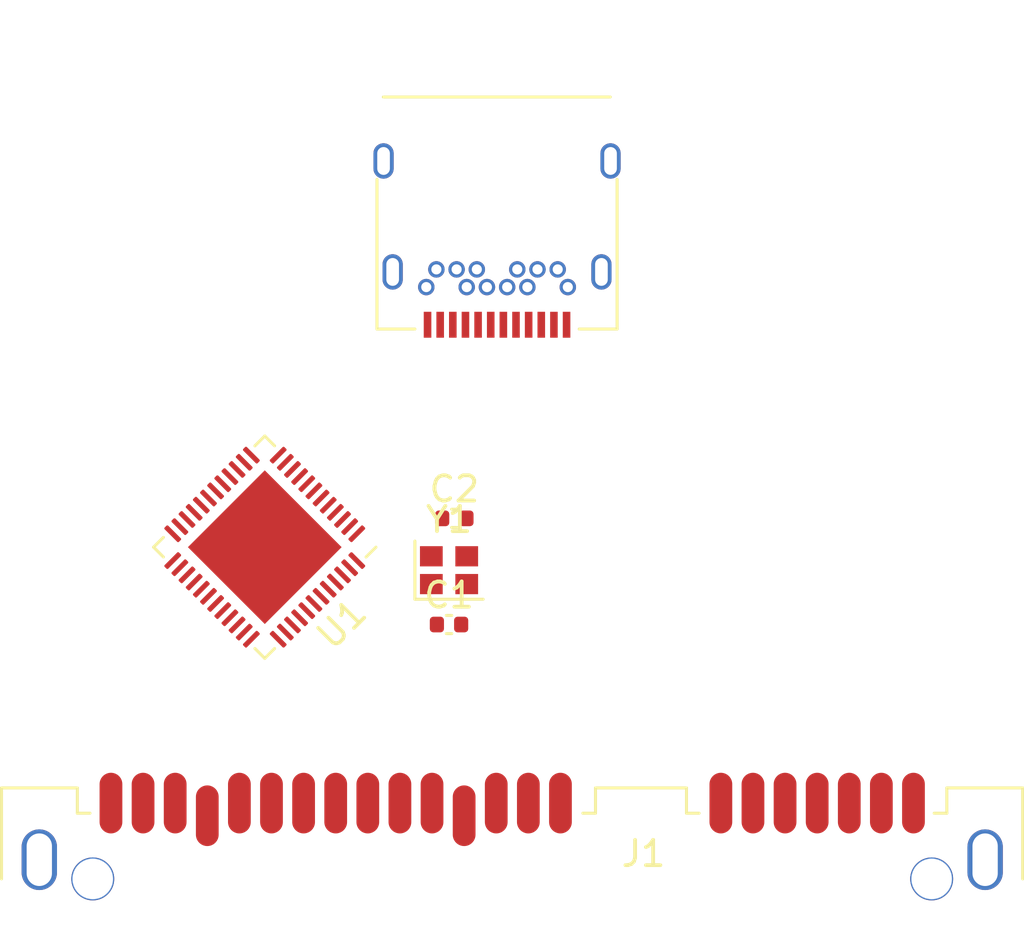
<source format=kicad_pcb>
(kicad_pcb (version 20211014) (generator pcbnew)
  (layers (0 "F.Cu" signal) (31 "B.Cu" signal) (34 "B.Paste" user) (35 "F.Paste" user) (36 "B.SilkS" user "B.Silkscreen") (37 "F.SilkS" user "F.Silkscreen") (38 "B.Mask" user) (39 "F.Mask" user) (44 "Edge.Cuts" user))
  (net 0 "")
  (net 11 "Net-(J2-PadA1)")
  (net 12 "Net-(J2-PadA4)")
  (footprint "lib:USB-C_24p" (layer "F.Cu") (at 94.28 29.75 180)
    (fp_text reference "J2" hide)
    (fp_text value "USB_C_Receptacle")
    (fp_line (start 4.5 3.81) (end -4.48 3.81) (layer "F.SilkS") (width 0.12))
    (fp_line (start 4.75 -5.37) (end 4.75 0.55) (layer "F.SilkS") (width 0.12))
    (fp_line (start 3.25 -5.37) (end 4.75 -5.37) (layer "F.SilkS") (width 0.12))
    (fp_line (start -4.75 -5.37) (end -4.75 0.55) (layer "F.SilkS") (width 0.12))
    (fp_line (start -4.75 -5.37) (end -3.25 -5.37) (layer "F.SilkS") (width 0.12))
    (pad "" np_thru_hole oval (at 3.6 -4.36 180) (size 0.95 0.65) (drill oval 0.95 0.65) (layers *.Cu *.Mask))
    (pad "" np_thru_hole circle (at -3.6 -4.36 180) (size 0.65 0.65) (drill 0.65) (layers *.Cu *.Mask))
    (pad "A1" smd rect (at -2.75 -5.2 180) (size 0.3 1.02588) (layers "F.Cu" "F.Paste" "F.Mask") (net 11 "Net-(J2-PadA1)"))
    (pad "A2" smd rect (at -2.25 -5.2 180) (size 0.3 1.02588) (layers "F.Cu" "F.Paste" "F.Mask"))
    (pad "A3" smd rect (at -1.75 -5.2 180) (size 0.3 1.02588) (layers "F.Cu" "F.Paste" "F.Mask"))
    (pad "A4" smd rect (at -1.25 -5.2 180) (size 0.3 1.02588) (layers "F.Cu" "F.Paste" "F.Mask") (net 12 "Net-(J2-PadA4)"))
    (pad "A5" smd rect (at -0.75 -5.2 180) (size 0.3 1.02588) (layers "F.Cu" "F.Paste" "F.Mask"))
    (pad "A6" smd rect (at -0.25 -5.2 180) (size 0.3 1.02588) (layers "F.Cu" "F.Paste" "F.Mask"))
    (pad "A7" smd rect (at 0.25 -5.2 180) (size 0.3 1.02588) (layers "F.Cu" "F.Adhes" "F.Paste" "F.Mask"))
    (pad "A8" smd rect (at 0.75 -5.2 180) (size 0.3 1.02588) (layers "F.Cu" "F.Paste" "F.Mask"))
    (pad "A9" smd rect (at 1.25 -5.2 180) (size 0.3 1.02588) (layers "F.Cu" "F.Paste" "F.Mask") (net 12 "Net-(J2-PadA4)"))
    (pad "A10" smd rect (at 1.75 -5.2 180) (size 0.3 1.02588) (layers "F.Cu" "F.Paste" "F.Mask"))
    (pad "A11" smd rect (at 2.25 -5.2 180) (size 0.3 1.02588) (layers "F.Cu" "F.Paste" "F.Mask"))
    (pad "A12" smd rect (at 2.75 -5.2 180) (size 0.3 1.02588) (layers "F.Cu" "F.Paste" "F.Mask") (net 11 "Net-(J2-PadA1)"))
    (pad "B1" thru_hole circle (at 2.8 -3.71 180) (size 0.65 0.65) (drill 0.4) (layers *.Cu *.Mask) (net 11 "Net-(J2-PadA1)"))
    (pad "B2" thru_hole circle (at 2.4 -3.01 180) (size 0.65 0.65) (drill 0.4) (layers *.Cu *.Mask))
    (pad "B3" thru_hole circle (at 1.6 -3.01 180) (size 0.65 0.65) (drill 0.4) (layers *.Cu *.Mask))
    (pad "B4" thru_hole circle (at 1.2 -3.71 180) (size 0.65 0.65) (drill 0.4) (layers *.Cu *.Mask) (net 12 "Net-(J2-PadA4)"))
    (pad "B5" thru_hole circle (at 0.8 -3.01 180) (size 0.65 0.65) (drill 0.4) (layers *.Cu *.Mask))
    (pad "B6" thru_hole circle (at 0.4 -3.71 180) (size 0.65 0.65) (drill 0.4) (layers *.Cu *.Mask))
    (pad "B7" thru_hole circle (at -0.4 -3.71 180) (size 0.65 0.65) (drill 0.4) (layers *.Cu *.Mask))
    (pad "B8" thru_hole circle (at -0.8 -3.01 180) (size 0.65 0.65) (drill 0.4) (layers *.Cu *.Mask))
    (pad "B9" thru_hole circle (at -1.2 -3.71 180) (size 0.65 0.65) (drill 0.4) (layers *.Cu *.Mask) (net 12 "Net-(J2-PadA4)"))
    (pad "B10" thru_hole circle (at -1.6 -3.01 180) (size 0.65 0.65) (drill 0.4) (layers *.Cu *.Mask))
    (pad "B11" thru_hole circle (at -2.4 -3.01 180) (size 0.65 0.65) (drill 0.4) (layers *.Cu *.Mask))
    (pad "B12" thru_hole circle (at -2.8 -3.71 180) (size 0.65 0.65) (drill 0.4) (layers *.Cu *.Mask) (net 11 "Net-(J2-PadA1)"))
    (pad "S1" thru_hole oval (at 4.49 1.28 180) (size 0.8 1.4) (drill oval 0.5 1.1) (layers *.Cu *.Mask))
    (pad "S1" thru_hole oval (at -4.49 1.28 180) (size 0.8 1.4) (drill oval 0.5 1.1) (layers *.Cu *.Mask))
    (pad "S1" thru_hole oval (at 4.13 -3.11 180) (size 0.8 1.4) (drill oval 0.5 1.1) (layers *.Cu *.Mask))
    (pad "S1" thru_hole oval (at -4.13 -3.11 180) (size 0.8 1.4) (drill oval 0.5 1.1) (layers *.Cu *.Mask))
  )
  (footprint "lib:SATA-22P-M" (layer "F.Cu") (at 111.475 56.875)
    (fp_text reference "J1" (at -11.4 -1 unlocked) (layer "F.SilkS"))
    (fp_text value "ATA-A")
    (fp_line (start -36.8 0) (end -36.8 -3.6) (layer "F.SilkS") (width 0.12))
    (fp_line (start -33.8 -3.6) (end -33.8 -2.6) (layer "F.SilkS") (width 0.12))
    (fp_line (start -13.3 -2.6) (end -13.3 -3.6) (layer "F.SilkS") (width 0.12))
    (fp_line (start -13.3 -2.6) (end -13.8 -2.6) (layer "F.SilkS") (width 0.12))
    (fp_line (start 0.1 -2.6) (end 0.6 -2.6) (layer "F.SilkS") (width 0.12))
    (fp_line (start -9.7 -3.6) (end -13.3 -3.6) (layer "F.SilkS") (width 0.12))
    (fp_line (start 0.6 -3.6) (end 0.6 -2.6) (layer "F.SilkS") (width 0.12))
    (fp_line (start 0.6 -3.6) (end 3.6 -3.6) (layer "F.SilkS") (width 0.12))
    (fp_line (start -36.8 -3.6) (end -33.8 -3.6) (layer "F.SilkS") (width 0.12))
    (fp_line (start -9.7 -2.6) (end -9.2 -2.6) (layer "F.SilkS") (width 0.12))
    (fp_line (start -9.7 -2.6) (end -9.7 -3.6) (layer "F.SilkS") (width 0.12))
    (fp_line (start -33.8 -2.6) (end -33.3 -2.6) (layer "F.SilkS") (width 0.12))
    (fp_line (start 3.6 -3.6) (end 3.6 0) (layer "F.SilkS") (width 0.12))
    (pad "" np_thru_hole circle (at 0 0) (size 1.7 1.7) (drill 1.6) (layers F&B.Cu *.Mask))
    (pad "" np_thru_hole circle (at -33.19 0) (size 1.7 1.7) (drill 1.6) (layers F&B.Cu *.Mask))
    (pad "3" thru_hole oval (at -35.305 -0.76) (size 1.4 2.4) (drill oval 1 2.08) (layers *.Cu *.Mask))
    (pad "3" thru_hole oval (at 2.115 -0.76) (size 1.4 2.4) (drill oval 1 2.08) (layers *.Cu *.Mask))
    (pad "P1" smd oval (at -14.686664 -3) (size 0.9 2.4) (layers "F.Cu" "F.Paste" "F.Mask"))
    (pad "P2" smd oval (at -15.956906 -3) (size 0.9 2.4) (layers "F.Cu" "F.Paste" "F.Mask"))
    (pad "P3" smd oval (at -17.227144 -3) (size 0.9 2.4) (layers "F.Cu" "F.Paste" "F.Mask"))
    (pad "P4" smd oval (at -18.497382 -2.5) (size 0.9 2.4) (layers "F.Cu" "F.Paste" "F.Mask"))
    (pad "P5" smd oval (at -19.76762 -3) (size 0.9 2.4) (layers "F.Cu" "F.Paste" "F.Mask"))
    (pad "P6" smd oval (at -21.037858 -3) (size 0.9 2.4) (layers "F.Cu" "F.Paste" "F.Mask"))
    (pad "P7" smd oval (at -22.308096 -3) (size 0.9 2.4) (layers "F.Cu" "F.Paste" "F.Mask"))
    (pad "P8" smd oval (at -23.578334 -3) (size 0.9 2.4) (layers "F.Cu" "F.Paste" "F.Mask"))
    (pad "P9" smd oval (at -24.848572 -3) (size 0.9 2.4) (layers "F.Cu" "F.Paste" "F.Mask"))
    (pad "P10" smd oval (at -26.11881 -3) (size 0.9 2.4) (layers "F.Cu" "F.Paste" "F.Mask"))
    (pad "P11" smd oval (at -27.389048 -3) (size 0.9 2.4) (layers "F.Cu" "F.Paste" "F.Mask"))
    (pad "P12" smd oval (at -28.659286 -2.5) (size 0.9 2.4) (layers "F.Cu" "F.Paste" "F.Mask"))
    (pad "P13" smd oval (at -29.929524 -3) (size 0.9 2.4) (layers "F.Cu" "F.Paste" "F.Mask"))
    (pad "P14" smd oval (at -31.199762 -3) (size 0.9 2.4) (layers "F.Cu" "F.Paste" "F.Mask"))
    (pad "P15" smd oval (at -32.47 -3) (size 0.9 2.4) (layers "F.Cu" "F.Paste" "F.Mask"))
    (pad "S1" smd oval (at -0.72 -3) (size 0.9 2.4) (layers "F.Cu" "F.Paste" "F.Mask"))
    (pad "S2" smd oval (at -1.99 -3) (size 0.9 2.4) (layers "F.Cu" "F.Paste" "F.Mask"))
    (pad "S3" smd oval (at -3.26 -3) (size 0.9 2.4) (layers "F.Cu" "F.Paste" "F.Mask"))
    (pad "S4" smd oval (at -4.53 -3) (size 0.9 2.4) (layers "F.Cu" "F.Paste" "F.Mask"))
    (pad "S5" smd oval (at -5.8 -3) (size 0.9 2.4) (layers "F.Cu" "F.Paste" "F.Mask"))
    (pad "S6" smd oval (at -7.07 -3) (size 0.9 2.4) (layers "F.Cu" "F.Paste" "F.Mask"))
    (pad "S7" smd oval (at -8.34 -3) (size 0.9 2.4) (layers "F.Cu" "F.Paste" "F.Mask"))
  )
  (footprint "Crystal:Crystal_SMD_2016-4Pin_2.0x1.6mm" (layer "F.Cu") (at 92.38 44.66)
    (fp_text reference "Y1" (at 0 -2) (layer "F.SilkS"))
    (fp_text value "25M")
    (fp_line (start -1.35 1.15) (end 1.35 1.15) (layer "F.SilkS") (width 0.12))
    (fp_line (start -1.35 -1.15) (end -1.35 1.15) (layer "F.SilkS") (width 0.12))
    (pad "1" smd rect locked (at -0.7 0.55) (size 0.9 0.8) (layers "F.Cu" "F.Paste" "F.Mask"))
    (pad "2" smd rect locked (at 0.7 0.55) (size 0.9 0.8) (layers "F.Cu" "F.Paste" "F.Mask"))
    (pad "3" smd rect locked (at 0.7 -0.55) (size 0.9 0.8) (layers "F.Cu" "F.Paste" "F.Mask"))
    (pad "4" smd rect locked (at -0.7 -0.55) (size 0.9 0.8) (layers "F.Cu" "F.Paste" "F.Mask"))
  )
  (footprint "Package_DFN_QFN:QFN-48-1EP_6x6mm_P0.4mm_EP4.3x4.3mm" (layer "F.Cu") (at 85.09 43.75 -135)
    (fp_text reference "U1" (at 0 -4.3 45) (layer "F.SilkS"))
    (fp_text value "VL716")
    (fp_line (start 3.11 -3.11) (end 3.11 -2.56) (layer "F.SilkS") (width 0.12))
    (fp_line (start 3.11 3.11) (end 3.11 2.56) (layer "F.SilkS") (width 0.12))
    (fp_line (start 2.56 3.11) (end 3.11 3.11) (layer "F.SilkS") (width 0.12))
    (fp_line (start -3.11 3.11) (end -3.11 2.56) (layer "F.SilkS") (width 0.12))
    (fp_line (start 2.56 -3.11) (end 3.11 -3.11) (layer "F.SilkS") (width 0.12))
    (fp_line (start -2.56 3.11) (end -3.11 3.11) (layer "F.SilkS") (width 0.12))
    (fp_line (start -2.56 -3.11) (end -3.11 -3.11) (layer "F.SilkS") (width 0.12))
    (pad "1" smd roundrect locked (at -2.95 -2.2 225) (size 0.8 0.2) (layers "F.Cu" "F.Paste" "F.Mask"))
    (pad "2" smd roundrect locked (at -2.95 -1.8 225) (size 0.8 0.2) (layers "F.Cu" "F.Paste" "F.Mask"))
    (pad "3" smd roundrect locked (at -2.95 -1.4 225) (size 0.8 0.2) (layers "F.Cu" "F.Paste" "F.Mask"))
    (pad "4" smd roundrect locked (at -2.95 -1 225) (size 0.8 0.2) (layers "F.Cu" "F.Paste" "F.Mask"))
    (pad "5" smd roundrect locked (at -2.95 -0.6 225) (size 0.8 0.2) (layers "F.Cu" "F.Paste" "F.Mask"))
    (pad "6" smd roundrect locked (at -2.95 -0.2 225) (size 0.8 0.2) (layers "F.Cu" "F.Paste" "F.Mask"))
    (pad "7" smd roundrect locked (at -2.95 0.2 225) (size 0.8 0.2) (layers "F.Cu" "F.Paste" "F.Mask"))
    (pad "8" smd roundrect locked (at -2.95 0.6 225) (size 0.8 0.2) (layers "F.Cu" "F.Paste" "F.Mask"))
    (pad "9" smd roundrect locked (at -2.95 1 225) (size 0.8 0.2) (layers "F.Cu" "F.Paste" "F.Mask"))
    (pad "10" smd roundrect locked (at -2.95 1.4 225) (size 0.8 0.2) (layers "F.Cu" "F.Paste" "F.Mask"))
    (pad "11" smd roundrect locked (at -2.95 1.8 225) (size 0.8 0.2) (layers "F.Cu" "F.Paste" "F.Mask"))
    (pad "12" smd roundrect locked (at -2.95 2.2 225) (size 0.8 0.2) (layers "F.Cu" "F.Paste" "F.Mask"))
    (pad "13" smd roundrect locked (at -2.2 2.95 225) (size 0.2 0.8) (layers "F.Cu" "F.Paste" "F.Mask"))
    (pad "14" smd roundrect locked (at -1.8 2.95 225) (size 0.2 0.8) (layers "F.Cu" "F.Paste" "F.Mask"))
    (pad "15" smd roundrect locked (at -1.4 2.95 225) (size 0.2 0.8) (layers "F.Cu" "F.Paste" "F.Mask"))
    (pad "16" smd roundrect locked (at -1 2.95 225) (size 0.2 0.8) (layers "F.Cu" "F.Paste" "F.Mask"))
    (pad "17" smd roundrect locked (at -0.6 2.95 225) (size 0.2 0.8) (layers "F.Cu" "F.Paste" "F.Mask"))
    (pad "18" smd roundrect locked (at -0.2 2.95 225) (size 0.2 0.8) (layers "F.Cu" "F.Paste" "F.Mask"))
    (pad "19" smd roundrect locked (at 0.2 2.95 225) (size 0.2 0.8) (layers "F.Cu" "F.Paste" "F.Mask"))
    (pad "20" smd roundrect locked (at 0.6 2.95 225) (size 0.2 0.8) (layers "F.Cu" "F.Paste" "F.Mask"))
    (pad "21" smd roundrect locked (at 1 2.95 225) (size 0.2 0.8) (layers "F.Cu" "F.Paste" "F.Mask"))
    (pad "22" smd roundrect locked (at 1.4 2.95 225) (size 0.2 0.8) (layers "F.Cu" "F.Paste" "F.Mask"))
    (pad "23" smd roundrect locked (at 1.8 2.95 225) (size 0.2 0.8) (layers "F.Cu" "F.Paste" "F.Mask"))
    (pad "24" smd roundrect locked (at 2.2 2.95 225) (size 0.2 0.8) (layers "F.Cu" "F.Paste" "F.Mask"))
    (pad "25" smd roundrect locked (at 2.95 2.2 225) (size 0.8 0.2) (layers "F.Cu" "F.Paste" "F.Mask"))
    (pad "26" smd roundrect locked (at 2.95 1.8 225) (size 0.8 0.2) (layers "F.Cu" "F.Paste" "F.Mask"))
    (pad "27" smd roundrect locked (at 2.95 1.4 225) (size 0.8 0.2) (layers "F.Cu" "F.Paste" "F.Mask"))
    (pad "28" smd roundrect locked (at 2.95 1 225) (size 0.8 0.2) (layers "F.Cu" "F.Paste" "F.Mask"))
    (pad "29" smd roundrect locked (at 2.95 0.6 225) (size 0.8 0.2) (layers "F.Cu" "F.Paste" "F.Mask"))
    (pad "30" smd roundrect locked (at 2.95 0.2 225) (size 0.8 0.2) (layers "F.Cu" "F.Paste" "F.Mask"))
    (pad "31" smd roundrect locked (at 2.95 -0.2 225) (size 0.8 0.2) (layers "F.Cu" "F.Paste" "F.Mask"))
    (pad "32" smd roundrect locked (at 2.95 -0.6 225) (size 0.8 0.2) (layers "F.Cu" "F.Paste" "F.Mask"))
    (pad "33" smd roundrect locked (at 2.95 -1 225) (size 0.8 0.2) (layers "F.Cu" "F.Paste" "F.Mask"))
    (pad "34" smd roundrect locked (at 2.95 -1.4 225) (size 0.8 0.2) (layers "F.Cu" "F.Paste" "F.Mask"))
    (pad "35" smd roundrect locked (at 2.95 -1.8 225) (size 0.8 0.2) (layers "F.Cu" "F.Paste" "F.Mask"))
    (pad "36" smd roundrect locked (at 2.95 -2.2 225) (size 0.8 0.2) (layers "F.Cu" "F.Paste" "F.Mask"))
    (pad "37" smd roundrect locked (at 2.2 -2.95 225) (size 0.2 0.8) (layers "F.Cu" "F.Paste" "F.Mask"))
    (pad "38" smd roundrect locked (at 1.8 -2.95 225) (size 0.2 0.8) (layers "F.Cu" "F.Paste" "F.Mask"))
    (pad "39" smd roundrect locked (at 1.4 -2.95 225) (size 0.2 0.8) (layers "F.Cu" "F.Paste" "F.Mask"))
    (pad "40" smd roundrect locked (at 1 -2.95 225) (size 0.2 0.8) (layers "F.Cu" "F.Paste" "F.Mask"))
    (pad "41" smd roundrect locked (at 0.6 -2.95 225) (size 0.2 0.8) (layers "F.Cu" "F.Paste" "F.Mask"))
    (pad "42" smd roundrect locked (at 0.2 -2.95 225) (size 0.2 0.8) (layers "F.Cu" "F.Paste" "F.Mask"))
    (pad "43" smd roundrect locked (at -0.2 -2.95 225) (size 0.2 0.8) (layers "F.Cu" "F.Paste" "F.Mask"))
    (pad "44" smd roundrect locked (at -0.6 -2.95 225) (size 0.2 0.8) (layers "F.Cu" "F.Paste" "F.Mask"))
    (pad "45" smd roundrect locked (at -1 -2.95 225) (size 0.2 0.8) (layers "F.Cu" "F.Paste" "F.Mask"))
    (pad "46" smd roundrect locked (at -1.4 -2.95 225) (size 0.2 0.8) (layers "F.Cu" "F.Paste" "F.Mask"))
    (pad "47" smd roundrect locked (at -1.8 -2.95 225) (size 0.2 0.8) (layers "F.Cu" "F.Paste" "F.Mask"))
    (pad "48" smd roundrect locked (at -2.2 -2.95 225) (size 0.2 0.8) (layers "F.Cu" "F.Paste" "F.Mask"))
    (pad "49" smd rect locked (at 0 0 225) (size 4.3 4.3) (layers "F.Cu" "F.Mask"))
  )
  (footprint "Capacitor_SMD:C_0402_1005Metric" (layer "F.Cu") (at 92.38 46.81)
    (fp_text reference "C1" (at 0 -1.16) (layer "F.SilkS"))
    (fp_text value "20pF")
    (fp_line (start -0.107836 0.36) (end 0.107836 0.36) (layer "F.SilkS") (width 0.12))
    (fp_line (start -0.107836 -0.36) (end 0.107836 -0.36) (layer "F.SilkS") (width 0.12))
    (pad "1" smd roundrect locked (at -0.48 0) (size 0.56 0.62) (layers "F.Cu" "F.Paste" "F.Mask"))
    (pad "2" smd roundrect locked (at 0.48 0) (size 0.56 0.62) (layers "F.Cu" "F.Paste" "F.Mask"))
  )
  (footprint "Capacitor_SMD:C_0402_1005Metric" (layer "F.Cu") (at 92.59 42.61)
    (fp_text reference "C2" (at 0 -1.16) (layer "F.SilkS"))
    (fp_text value "20pF")
    (fp_line (start -0.107836 -0.36) (end 0.107836 -0.36) (layer "F.SilkS") (width 0.12))
    (fp_line (start -0.107836 0.36) (end 0.107836 0.36) (layer "F.SilkS") (width 0.12))
    (pad "1" smd roundrect locked (at -0.48 0) (size 0.56 0.62) (layers "F.Cu" "F.Paste" "F.Mask"))
    (pad "2" smd roundrect locked (at 0.48 0) (size 0.56 0.62) (layers "F.Cu" "F.Paste" "F.Mask"))
  )
)
</source>
